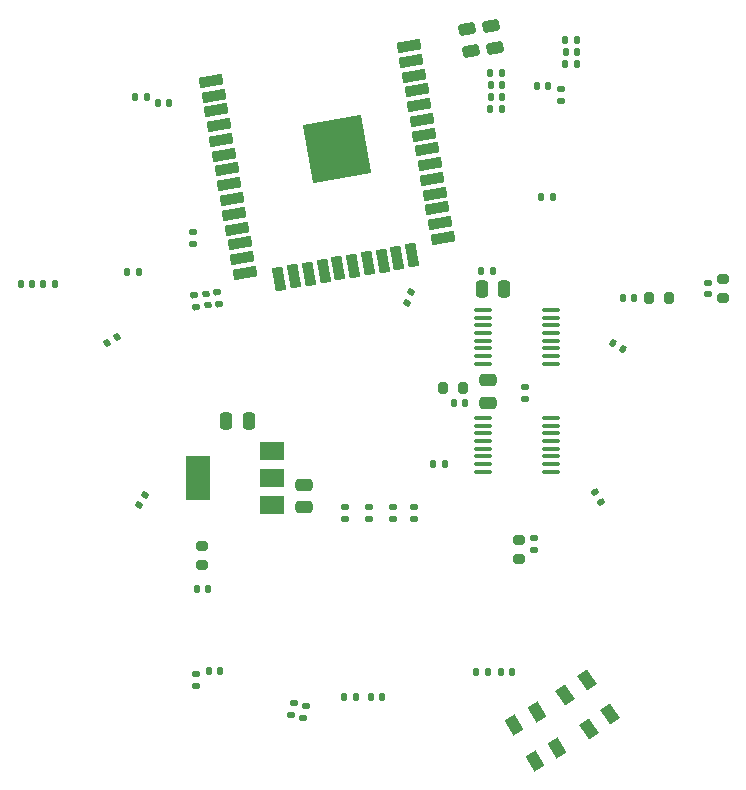
<source format=gbr>
%TF.GenerationSoftware,KiCad,Pcbnew,(5.99.0-10634-g5f56117be9)*%
%TF.CreationDate,2021-05-24T23:14:31+02:00*%
%TF.ProjectId,custom-pcb,63757374-6f6d-42d7-9063-622e6b696361,rev?*%
%TF.SameCoordinates,Original*%
%TF.FileFunction,Paste,Bot*%
%TF.FilePolarity,Positive*%
%FSLAX46Y46*%
G04 Gerber Fmt 4.6, Leading zero omitted, Abs format (unit mm)*
G04 Created by KiCad (PCBNEW (5.99.0-10634-g5f56117be9)) date 2021-05-24 23:14:31*
%MOMM*%
%LPD*%
G01*
G04 APERTURE LIST*
G04 Aperture macros list*
%AMRoundRect*
0 Rectangle with rounded corners*
0 $1 Rounding radius*
0 $2 $3 $4 $5 $6 $7 $8 $9 X,Y pos of 4 corners*
0 Add a 4 corners polygon primitive as box body*
4,1,4,$2,$3,$4,$5,$6,$7,$8,$9,$2,$3,0*
0 Add four circle primitives for the rounded corners*
1,1,$1+$1,$2,$3*
1,1,$1+$1,$4,$5*
1,1,$1+$1,$6,$7*
1,1,$1+$1,$8,$9*
0 Add four rect primitives between the rounded corners*
20,1,$1+$1,$2,$3,$4,$5,0*
20,1,$1+$1,$4,$5,$6,$7,0*
20,1,$1+$1,$6,$7,$8,$9,0*
20,1,$1+$1,$8,$9,$2,$3,0*%
%AMRotRect*
0 Rectangle, with rotation*
0 The origin of the aperture is its center*
0 $1 length*
0 $2 width*
0 $3 Rotation angle, in degrees counterclockwise*
0 Add horizontal line*
21,1,$1,$2,0,0,$3*%
G04 Aperture macros list end*
%ADD10RoundRect,0.250000X0.250000X0.475000X-0.250000X0.475000X-0.250000X-0.475000X0.250000X-0.475000X0*%
%ADD11RoundRect,0.250000X-0.475000X0.250000X-0.475000X-0.250000X0.475000X-0.250000X0.475000X0.250000X0*%
%ADD12RoundRect,0.140000X0.140000X0.170000X-0.140000X0.170000X-0.140000X-0.170000X0.140000X-0.170000X0*%
%ADD13RoundRect,0.140000X0.191728X-0.108353X0.143107X0.167393X-0.191728X0.108353X-0.143107X-0.167393X0*%
%ADD14RoundRect,0.250000X0.511196X-0.163719X0.424372X0.328685X-0.511196X0.163719X-0.424372X-0.328685X0*%
%ADD15RoundRect,0.135000X0.135000X0.185000X-0.135000X0.185000X-0.135000X-0.185000X0.135000X-0.185000X0*%
%ADD16RoundRect,0.200000X0.275000X-0.200000X0.275000X0.200000X-0.275000X0.200000X-0.275000X-0.200000X0*%
%ADD17RoundRect,0.200000X0.200000X0.275000X-0.200000X0.275000X-0.200000X-0.275000X0.200000X-0.275000X0*%
%ADD18RoundRect,0.135000X-0.135000X-0.185000X0.135000X-0.185000X0.135000X0.185000X-0.135000X0.185000X0*%
%ADD19RoundRect,0.135000X0.185000X-0.135000X0.185000X0.135000X-0.185000X0.135000X-0.185000X-0.135000X0*%
%ADD20RoundRect,0.135000X-0.205632X0.100824X-0.158747X-0.165074X0.205632X-0.100824X0.158747X0.165074X0*%
%ADD21RoundRect,0.135000X0.205632X-0.100824X0.158747X0.165074X-0.205632X0.100824X-0.158747X-0.165074X0*%
%ADD22RoundRect,0.135000X0.149890X-0.173156X0.210627X0.089924X-0.149890X0.173156X-0.210627X-0.089924X0*%
%ADD23RoundRect,0.135000X-0.185000X0.135000X-0.185000X-0.135000X0.185000X-0.135000X0.185000X0.135000X0*%
%ADD24RotRect,1.500000X1.000000X305.000000*%
%ADD25RotRect,1.500000X1.000000X300.000000*%
%ADD26R,2.000000X1.500000*%
%ADD27R,2.000000X3.800000*%
%ADD28RoundRect,0.100000X0.637500X0.100000X-0.637500X0.100000X-0.637500X-0.100000X0.637500X-0.100000X0*%
%ADD29RotRect,2.000000X0.900000X190.000000*%
%ADD30RotRect,2.000000X0.900000X100.000000*%
%ADD31RotRect,5.000000X5.000000X190.000000*%
%ADD32RoundRect,0.200000X-0.200000X-0.275000X0.200000X-0.275000X0.200000X0.275000X-0.200000X0.275000X0*%
%ADD33RoundRect,0.250000X0.475000X-0.250000X0.475000X0.250000X-0.475000X0.250000X-0.475000X-0.250000X0*%
%ADD34RoundRect,0.250000X-0.250000X-0.475000X0.250000X-0.475000X0.250000X0.475000X-0.250000X0.475000X0*%
%ADD35RoundRect,0.140000X-0.170000X0.140000X-0.170000X-0.140000X0.170000X-0.140000X0.170000X0.140000X0*%
%ADD36RoundRect,0.140000X-0.140000X-0.170000X0.140000X-0.170000X0.140000X0.170000X-0.140000X0.170000X0*%
%ADD37RoundRect,0.135000X0.227715X-0.024413X0.092715X0.209413X-0.227715X0.024413X-0.092715X-0.209413X0*%
%ADD38RoundRect,0.135000X0.209413X0.092715X-0.024413X0.227715X-0.209413X-0.092715X0.024413X-0.227715X0*%
%ADD39RoundRect,0.135000X0.092715X-0.209413X0.227715X0.024413X-0.092715X0.209413X-0.227715X-0.024413X0*%
%ADD40RoundRect,0.135000X-0.024413X-0.227715X0.209413X-0.092715X0.024413X0.227715X-0.209413X0.092715X0*%
%ADD41RoundRect,0.135000X0.127670X-0.190132X0.220016X0.063585X-0.127670X0.190132X-0.220016X-0.063585X0*%
G04 APERTURE END LIST*
D10*
%TO.C,C2*%
X125664000Y-73152000D03*
X123764000Y-73152000D03*
%TD*%
D11*
%TO.C,C3*%
X124256800Y-80888800D03*
X124256800Y-82788800D03*
%TD*%
D12*
%TO.C,C5*%
X131798000Y-53086000D03*
X130838000Y-53086000D03*
%TD*%
D13*
%TO.C,C6*%
X100540351Y-74513708D03*
X100373649Y-73568292D03*
%TD*%
D14*
%TO.C,C8*%
X122846966Y-53005567D03*
X122517034Y-51134433D03*
%TD*%
D15*
%TO.C,R2*%
X120652000Y-88011000D03*
X119632000Y-88011000D03*
%TD*%
%TO.C,R3*%
X124718000Y-71628000D03*
X123698000Y-71628000D03*
%TD*%
D16*
%TO.C,R4*%
X144145000Y-73977000D03*
X144145000Y-72327000D03*
%TD*%
%TO.C,R5*%
X100076000Y-96583000D03*
X100076000Y-94933000D03*
%TD*%
D17*
%TO.C,R6*%
X139573000Y-73914000D03*
X137923000Y-73914000D03*
%TD*%
D18*
%TO.C,R7*%
X123278200Y-105613200D03*
X124298200Y-105613200D03*
%TD*%
%TO.C,R8*%
X124458000Y-57912000D03*
X125478000Y-57912000D03*
%TD*%
%TO.C,R9*%
X112037400Y-107696000D03*
X113057400Y-107696000D03*
%TD*%
D19*
%TO.C,R10*%
X99556600Y-106758200D03*
X99556600Y-105738200D03*
%TD*%
D18*
%TO.C,R11*%
X130808000Y-54102000D03*
X131828000Y-54102000D03*
%TD*%
D15*
%TO.C,R12*%
X95381000Y-56896000D03*
X94361000Y-56896000D03*
%TD*%
D19*
%TO.C,R13*%
X130429000Y-57279000D03*
X130429000Y-56259000D03*
%TD*%
D15*
%TO.C,R14*%
X87632000Y-72771000D03*
X86612000Y-72771000D03*
%TD*%
D20*
%TO.C,R15*%
X99352439Y-73665748D03*
X99529561Y-74670252D03*
%TD*%
D18*
%TO.C,R16*%
X124456000Y-54862000D03*
X125476000Y-54862000D03*
%TD*%
%TO.C,R17*%
X130808000Y-52070000D03*
X131828000Y-52070000D03*
%TD*%
D19*
%TO.C,R18*%
X112188000Y-92668000D03*
X112188000Y-91648000D03*
%TD*%
%TO.C,R19*%
X114220000Y-92670000D03*
X114220000Y-91650000D03*
%TD*%
%TO.C,R20*%
X116252000Y-92668000D03*
X116252000Y-91648000D03*
%TD*%
D21*
%TO.C,R21*%
X101523122Y-74410504D03*
X101346000Y-73406000D03*
%TD*%
D19*
%TO.C,R22*%
X118030000Y-92670000D03*
X118030000Y-91650000D03*
%TD*%
D22*
%TO.C,R23*%
X108597275Y-109462929D03*
X108826725Y-108469071D03*
%TD*%
%TO.C,R24*%
X107581275Y-109208929D03*
X107810725Y-108215071D03*
%TD*%
D23*
%TO.C,R25*%
X99314000Y-68324000D03*
X99314000Y-69344000D03*
%TD*%
%TO.C,R26*%
X127406400Y-81481200D03*
X127406400Y-82501200D03*
%TD*%
D24*
%TO.C,SW1*%
X130810174Y-107528418D03*
X132817692Y-110395450D03*
X134619826Y-109133582D03*
X132612308Y-106266550D03*
%TD*%
D25*
%TO.C,SW2*%
X128241744Y-113097088D03*
X126491744Y-110066000D03*
X128397000Y-108966000D03*
X130147000Y-111997088D03*
%TD*%
D26*
%TO.C,U1*%
X106020000Y-86854000D03*
X106020000Y-89154000D03*
D27*
X99720000Y-89154000D03*
D26*
X106020000Y-91454000D03*
%TD*%
D28*
%TO.C,U2*%
X129608500Y-74941000D03*
X129608500Y-75591000D03*
X129608500Y-76241000D03*
X129608500Y-76891000D03*
X129608500Y-77541000D03*
X129608500Y-78191000D03*
X129608500Y-78841000D03*
X129608500Y-79491000D03*
X123883500Y-79491000D03*
X123883500Y-78841000D03*
X123883500Y-78191000D03*
X123883500Y-77541000D03*
X123883500Y-76891000D03*
X123883500Y-76241000D03*
X123883500Y-75591000D03*
X123883500Y-74941000D03*
%TD*%
%TO.C,U3*%
X129608500Y-84085000D03*
X129608500Y-84735000D03*
X129608500Y-85385000D03*
X129608500Y-86035000D03*
X129608500Y-86685000D03*
X129608500Y-87335000D03*
X129608500Y-87985000D03*
X129608500Y-88635000D03*
X123883500Y-88635000D03*
X123883500Y-87985000D03*
X123883500Y-87335000D03*
X123883500Y-86685000D03*
X123883500Y-86035000D03*
X123883500Y-85385000D03*
X123883500Y-84735000D03*
X123883500Y-84085000D03*
%TD*%
D29*
%TO.C,U4*%
X117554636Y-52597351D03*
X117775169Y-53848057D03*
X117995703Y-55098763D03*
X118216236Y-56349469D03*
X118436769Y-57600175D03*
X118657302Y-58850881D03*
X118877835Y-60101587D03*
X119098368Y-61352292D03*
X119318902Y-62602998D03*
X119539435Y-63853704D03*
X119759968Y-65104410D03*
X119980501Y-66355116D03*
X120201034Y-67605822D03*
X120421568Y-68856527D03*
D30*
X117852526Y-70324945D03*
X116601820Y-70545479D03*
X115351115Y-70766012D03*
X114100409Y-70986545D03*
X112849703Y-71207078D03*
X111598997Y-71427611D03*
X110348291Y-71648145D03*
X109097585Y-71868678D03*
X107846879Y-72089211D03*
X106596174Y-72309744D03*
D29*
X103679836Y-71808547D03*
X103459303Y-70557841D03*
X103238769Y-69307135D03*
X103018236Y-68056429D03*
X102797703Y-66805723D03*
X102577170Y-65555017D03*
X102356637Y-64304311D03*
X102136104Y-63053606D03*
X101915570Y-61802900D03*
X101695037Y-60552194D03*
X101474504Y-59301488D03*
X101253971Y-58050782D03*
X101033438Y-56800076D03*
X100812904Y-55549371D03*
D31*
X111470939Y-61285771D03*
%TD*%
D16*
%TO.C,R27*%
X126873000Y-96075000D03*
X126873000Y-94425000D03*
%TD*%
D32*
%TO.C,R1*%
X120485400Y-81584800D03*
X122135400Y-81584800D03*
%TD*%
D33*
%TO.C,C1*%
X108712000Y-91628000D03*
X108712000Y-89728000D03*
%TD*%
D34*
%TO.C,C4*%
X102108000Y-84328000D03*
X104008000Y-84328000D03*
%TD*%
D14*
%TO.C,C7*%
X124878966Y-52751567D03*
X124549034Y-50880433D03*
%TD*%
D35*
%TO.C,C10*%
X142875000Y-72672000D03*
X142875000Y-73632000D03*
%TD*%
D15*
%TO.C,R31*%
X129796000Y-65405000D03*
X128776000Y-65405000D03*
%TD*%
D36*
%TO.C,C16*%
X96294000Y-57404000D03*
X97254000Y-57404000D03*
%TD*%
D12*
%TO.C,C20*%
X125448000Y-55880000D03*
X124488000Y-55880000D03*
%TD*%
D37*
%TO.C,R29*%
X133859000Y-91246673D03*
X133349000Y-90363327D03*
%TD*%
D12*
%TO.C,C9*%
X122326400Y-82854800D03*
X121366400Y-82854800D03*
%TD*%
%TO.C,C21*%
X85697000Y-72771000D03*
X84737000Y-72771000D03*
%TD*%
%TO.C,C12*%
X136652000Y-73914000D03*
X135692000Y-73914000D03*
%TD*%
D38*
%TO.C,R30*%
X135696673Y-78233000D03*
X134813327Y-77723000D03*
%TD*%
D18*
%TO.C,R33*%
X93724000Y-71755000D03*
X94744000Y-71755000D03*
%TD*%
D36*
%TO.C,C15*%
X114353400Y-107696000D03*
X115313400Y-107696000D03*
%TD*%
%TO.C,C13*%
X125340200Y-105613200D03*
X126300200Y-105613200D03*
%TD*%
D39*
%TO.C,R34*%
X94741000Y-91500673D03*
X95251000Y-90617327D03*
%TD*%
D35*
%TO.C,C18*%
X128143000Y-94290000D03*
X128143000Y-95250000D03*
%TD*%
D12*
%TO.C,C19*%
X129385000Y-56007000D03*
X128425000Y-56007000D03*
%TD*%
%TO.C,C11*%
X100556000Y-98552000D03*
X99596000Y-98552000D03*
%TD*%
%TO.C,C14*%
X125448000Y-56896000D03*
X124488000Y-56896000D03*
%TD*%
D40*
%TO.C,R32*%
X92014327Y-77725000D03*
X92897673Y-77215000D03*
%TD*%
D41*
%TO.C,R28*%
X117427570Y-74393243D03*
X117776430Y-73434757D03*
%TD*%
D36*
%TO.C,C17*%
X100628600Y-105486200D03*
X101588600Y-105486200D03*
%TD*%
M02*

</source>
